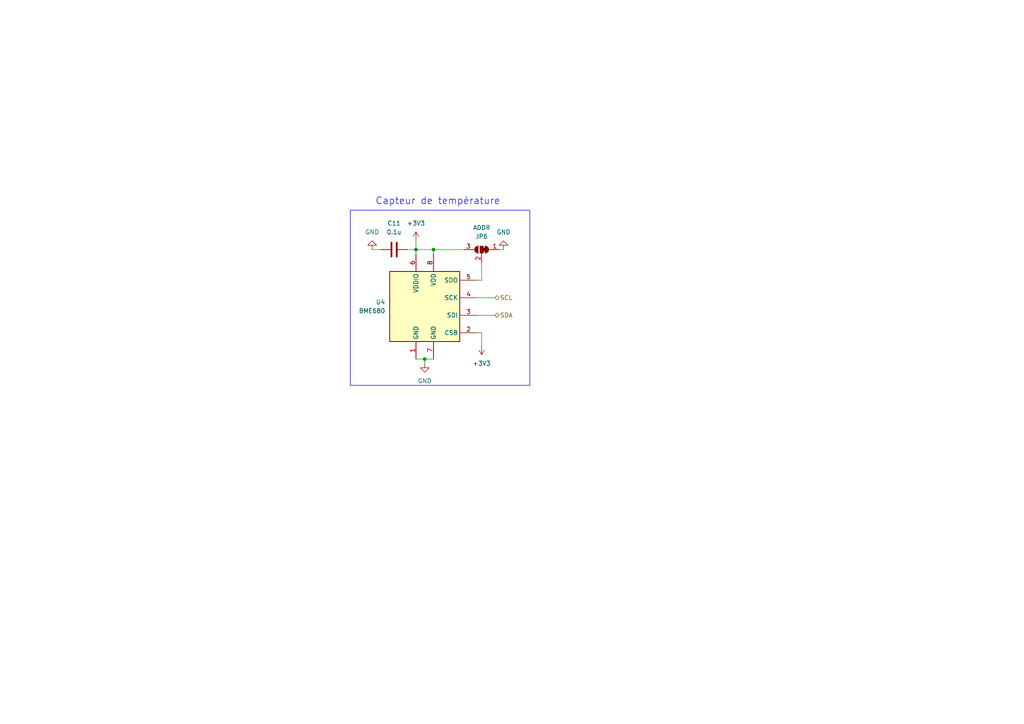
<source format=kicad_sch>
(kicad_sch (version 20250114) (generator "eeschema") (generator_version "9.0")
  (paper "A4")
  (lib_symbols
    (symbol "Device:C" (pin_numbers (hide yes)) (pin_names (offset 0.254))
      (property "Reference" "C" (at 0.635 2.54 0))
      (property "Value" "C" (at 0.635 -2.54 0))
      (symbol "C_0_1"
        (polyline (pts (xy -2.032 0.762) (xy 2.032 0.762)) (stroke (width 0.508)))
        (polyline (pts (xy -2.032 -0.762) (xy 2.032 -0.762)) (stroke (width 0.508)))
      )
      (symbol "C_1_1"
        (pin passive line (at 0 3.81 270) (length 2.794) (name "~") (number "1"))
        (pin passive line (at 0 -3.81 90) (length 2.794) (name "~") (number "2"))
      )
    )
    (symbol "Jumper:SolderJumper_3_Bridged12" (pin_names (offset 0) (hide yes)) (exclude_from_sim yes) (in_bom no)
      (property "Reference" "JP" (at -2.54 -2.54 0))
      (property "Value" "SolderJumper_3_Bridged12" (at 0 2.794 0))
      (symbol "SolderJumper_3_Bridged12_0_1"
        (polyline (pts (xy -2.54 0) (xy -2.032 0)))
        (polyline (pts (xy -1.016 1.016) (xy -1.016 -1.016)))
        (rectangle (start -1.016 0.508) (end -0.508 -0.508) (fill (type outline)))
        (arc (start -1.016 -1.016) (mid -2.0276 0) (end -1.016 1.016))
        (arc (start -1.016 -1.016) (mid -2.0276 0) (end -1.016 1.016) (fill (type outline)))
        (rectangle (start -0.508 1.016) (end 0.508 -1.016) (fill (type outline)))
        (polyline (pts (xy 0 -1.27) (xy 0 -1.016)))
        (arc (start 1.016 1.016) (mid 2.0276 0) (end 1.016 -1.016))
        (arc (start 1.016 1.016) (mid 2.0276 0) (end 1.016 -1.016) (fill (type outline)))
        (polyline (pts (xy 1.016 1.016) (xy 1.016 -1.016)))
        (polyline (pts (xy 2.54 0) (xy 2.032 0)))
      )
      (symbol "SolderJumper_3_Bridged12_1_1"
        (pin passive line (at -5.08 0 0) (length 2.54) (name "A") (number "1"))
        (pin passive line (at 0 -3.81 90) (length 2.54) (name "C") (number "2"))
        (pin passive line (at 5.08 0 180) (length 2.54) (name "B") (number "3"))
      )
    )
    (symbol "Sensor:BME680"
      (property "Reference" "U" (at -8.89 11.43 0))
      (property "Value" "BME680" (at 7.62 11.43 0))
      (symbol "BME680_0_1"
        (rectangle (start -10.16 10.16) (end 10.16 -10.16) (stroke (width 0.254)) (fill (type background)))
      )
      (symbol "BME680_1_1"
        (pin power_in line (at -2.54 15.24 270) (length 5.08) (name "VDDIO") (number "6"))
        (pin power_in line (at -2.54 -15.24 90) (length 5.08) (name "GND") (number "1"))
        (pin power_in line (at 2.54 15.24 270) (length 5.08) (name "VDD") (number "8"))
        (pin power_in line (at 2.54 -15.24 90) (length 5.08) (name "GND") (number "7"))
        (pin bidirectional line (at 15.24 7.62 180) (length 5.08) (name "SDO") (number "5"))
        (pin input line (at 15.24 2.54 180) (length 5.08) (name "SCK") (number "4"))
        (pin bidirectional line (at 15.24 -2.54 180) (length 5.08) (name "SDI") (number "3"))
        (pin input line (at 15.24 -7.62 180) (length 5.08) (name "CSB") (number "2"))
      )
    )
    (symbol "power:+3.3V" (power) (pin_names (offset 0))
      (property "Value" "+3.3V" (at 0 3.556 0))
      (symbol "+3.3V_0_1"
        (polyline (pts (xy -0.762 1.27) (xy 0 2.54)))
        (polyline (pts (xy 0 2.54) (xy 0.762 1.27)))
        (polyline (pts (xy 0 0) (xy 0 2.54)))
      )
      (symbol "+3.3V_1_1"
        (pin power_in line (at 0 0 90) (length 0) (hide yes) (name "+3V3") (number "1"))
      )
    )
    (symbol "power:GND" (power) (pin_names (offset 0))
      (property "Value" "GND" (at 0 -3.81 0))
      (symbol "GND_0_1"
        (polyline (pts (xy 0 0) (xy 0 -1.27) (xy 1.27 -1.27) (xy 0 -2.54) (xy -1.27 -1.27) (xy 0 -1.27)))
      )
      (symbol "GND_1_1"
        (pin power_in line (at 0 0 270) (length 0) (hide yes) (name "GND") (number "1"))
      )
    )
  )
  (text "Capteur de température" (at 127 58.42 0) (effects (font (size 2 2))))
  (text_box "" (at 101.6 60.96 0) (size 52.07 50.8) (margins 0.9525 0.9525 0.9525 0.9525) (effects (font (size 1.27 1.27)) (justify left top)))
  (junction (at 120.65 72.39))
  (junction (at 125.73 72.39))
  (junction (at 123.19 104.14))
  (wire (pts (xy 138.43 96.52) (xy 139.7 96.52)))
  (wire (pts (xy 107.95 72.39) (xy 110.49 72.39)))
  (wire (pts (xy 125.73 72.39) (xy 120.65 72.39)))
  (wire (pts (xy 139.7 96.52) (xy 139.7 100.33)))
  (wire (pts (xy 125.73 72.39) (xy 125.73 73.66)))
  (wire (pts (xy 123.19 104.14) (xy 123.19 105.41)))
  (wire (pts (xy 123.19 104.14) (xy 125.73 104.14)))
  (wire (pts (xy 139.7 76.2) (xy 139.7 81.28)))
  (wire (pts (xy 143.51 86.36) (xy 138.43 86.36)))
  (wire (pts (xy 134.62 72.39) (xy 125.73 72.39)))
  (wire (pts (xy 118.11 72.39) (xy 120.65 72.39)))
  (wire (pts (xy 120.65 69.85) (xy 120.65 72.39)))
  (wire (pts (xy 120.65 104.14) (xy 123.19 104.14)))
  (wire (pts (xy 143.51 91.44) (xy 138.43 91.44)))
  (wire (pts (xy 139.7 81.28) (xy 138.43 81.28)))
  (wire (pts (xy 146.05 72.39) (xy 144.78 72.39)))
  (wire (pts (xy 120.65 72.39) (xy 120.65 73.66)))
  (hierarchical_label "SCL" (shape bidirectional) (at 143.51 86.36 0))
  (hierarchical_label "SDA" (shape bidirectional) (at 143.51 91.44 0))
  (symbol (lib_id "power:GND") (at 107.95 72.39 180) (unit 1)
    (property "Reference" "#PWR0121" (effects (hide yes)))
    (property "Value" "GND" (at 107.95 67.31 0))
    (property "Description" "Power symbol creates a global label with name \"GND\" , ground" (effects (hide yes)))
    (instances (project "ThingSat_protoSEED" (path "" (reference "#PWR058") (unit 1))) (project "test_python" (path "" (reference "#PWR0121") (unit 1))))
  )
  (symbol (lib_id "Device:C") (at 114.3 72.39 270) (unit 1)
    (property "Reference" "C3" (at 114.3 64.77 90))
    (property "Value" "0.1u" (at 114.3 67.31 90))
    (property "Footprint" "Capacitor_SMD:C_0805_2012Metric" (effects (hide yes)))
    (property "Description" "Unpolarized capacitor" (effects (hide yes)))
    (property "MPN" "CL21B104KACNFNC" (effects (hide yes)))
    (instances (project "ThingSat_protoSEED" (path "" (reference "C11") (unit 1))) (project "test_python" (path "" (reference "C3") (unit 1))))
  )
  (symbol (lib_id "power:GND") (at 146.05 72.39 180) (unit 1)
    (property "Reference" "#PWR0122" (effects (hide yes)))
    (property "Value" "GND" (at 146.05 67.31 0))
    (property "Description" "Power symbol creates a global label with name \"GND\" , ground" (effects (hide yes)))
    (instances (project "ThingSat_protoSEED" (path "" (reference "#PWR062") (unit 1))) (project "test_python" (path "" (reference "#PWR0122") (unit 1))))
  )
  (symbol (lib_id "power:+3.3V") (at 120.65 69.85 0) (unit 1)
    (property "Reference" "#PWR0123" (effects (hide yes)))
    (property "Value" "+3V3" (at 120.65 64.77 0))
    (property "Description" "Power symbol creates a global label with name \"+3.3V\"" (effects (hide yes)))
    (instances (project "ThingSat_protoSEED" (path "" (reference "#PWR059") (unit 1))) (project "test_python" (path "" (reference "#PWR0123") (unit 1))))
  )
  (symbol (lib_id "Jumper:SolderJumper_3_Bridged12") (at 139.7 72.39 0) (mirror y) (unit 1) (exclude_from_sim yes) (in_bom no)
    (property "Reference" "JP2" (at 139.7 68.58 0))
    (property "Value" "ADDR" (at 139.7 66.04 0))
    (property "Footprint" "Jumper:SolderJumper-3_P1.3mm_Bridged12_RoundedPad1.0x1.5mm_NumberLabels" (effects (hide yes)))
    (property "Description" "3-pole Solder Jumper, pins 1+2 closed/bridged" (effects (hide yes)))
    (instances (project "ThingSat_protoSEED" (path "" (reference "JP6") (unit 1))) (project "test_python" (path "" (reference "JP2") (unit 1))))
  )
  (symbol (lib_id "power:GND") (at 123.19 105.41 0) (unit 1)
    (property "Reference" "#PWR0119" (effects (hide yes)))
    (property "Value" "GND" (at 123.19 110.49 0))
    (property "Description" "Power symbol creates a global label with name \"GND\" , ground" (effects (hide yes)))
    (instances (project "ThingSat_protoSEED" (path "" (reference "#PWR060") (unit 1))) (project "test_python" (path "" (reference "#PWR0119") (unit 1))))
  )
  (symbol (lib_id "Sensor:BME680") (at 123.19 88.9 0) (unit 1)
    (property "Reference" "U2" (at 111.76 87.6299 0) (effects (justify right)))
    (property "Value" "BME680" (at 111.76 90.1699 0) (effects (justify right)))
    (property "Footprint" "Package_LGA:Bosch_LGA-8_3x3mm_P0.8mm_ClockwisePinNumbering" (effects (hide yes)))
    (property "Datasheet" "https://ae-bst.resource.bosch.com/media/_tech/media/datasheets/BST-BME680-DS001.pdf" (effects (hide yes)))
    (property "Description" "4-in-1 sensor, gas, humidity, pressure, temperature, I2C and SPI interface, 1.71-3.6V, LGA-8" (effects (hide yes)))
    (property "MPN" "BME680" (effects (hide yes)))
    (instances (project "ThingSat_protoSEED" (path "" (reference "U4") (unit 1))) (project "test_python" (path "" (reference "U2") (unit 1))))
  )
  (symbol (lib_id "power:+3.3V") (at 139.7 100.33 180) (unit 1)
    (property "Reference" "#PWR0120" (effects (hide yes)))
    (property "Value" "+3V3" (at 139.7 105.41 0))
    (property "Description" "Power symbol creates a global label with name \"+3.3V\"" (effects (hide yes)))
    (instances (project "ThingSat_protoSEED" (path "" (reference "#PWR061") (unit 1))) (project "test_python" (path "" (reference "#PWR0120") (unit 1))))
  )
)
</source>
